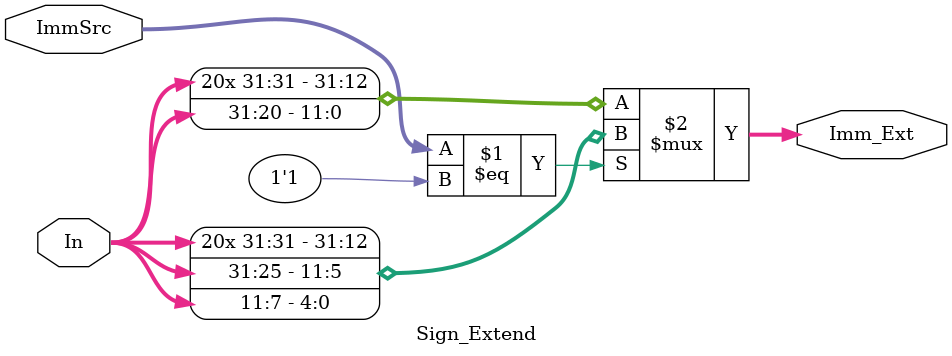
<source format=v>
module Sign_Extend (In,Imm_Ext,ImmSrc);

    input [31:0]In;
    input [1:0]ImmSrc;
    output [31:0]Imm_Ext;

    assign Imm_Ext = (ImmSrc == 1'b1) ? ({{20{In[31]}},In[31:25],In[11:7]}):
                                        {{20{In[31]}},In[31:20]};
                                
endmodule
</source>
